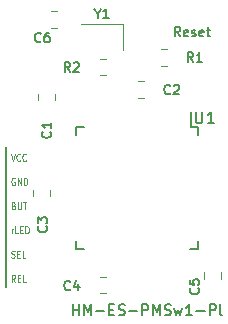
<source format=gto>
G04 #@! TF.GenerationSoftware,KiCad,Pcbnew,(5.1.4)-1*
G04 #@! TF.CreationDate,2020-07-27T08:05:22+02:00*
G04 #@! TF.ProjectId,HM-ES-PMSw1-Pl_GosundSP1,484d2d45-532d-4504-9d53-77312d506c5f,rev?*
G04 #@! TF.SameCoordinates,Original*
G04 #@! TF.FileFunction,Legend,Top*
G04 #@! TF.FilePolarity,Positive*
%FSLAX46Y46*%
G04 Gerber Fmt 4.6, Leading zero omitted, Abs format (unit mm)*
G04 Created by KiCad (PCBNEW (5.1.4)-1) date 2020-07-27 08:05:22*
%MOMM*%
%LPD*%
G04 APERTURE LIST*
%ADD10C,0.150000*%
%ADD11C,0.125000*%
%ADD12C,0.200000*%
%ADD13C,0.120000*%
G04 APERTURE END LIST*
D10*
X100500080Y-96650080D02*
X100500080Y-108500080D01*
X115209603Y-87311984D02*
X114942937Y-86931032D01*
X114752460Y-87311984D02*
X114752460Y-86511984D01*
X115057222Y-86511984D01*
X115133413Y-86550080D01*
X115171508Y-86588175D01*
X115209603Y-86664365D01*
X115209603Y-86778651D01*
X115171508Y-86854841D01*
X115133413Y-86892937D01*
X115057222Y-86931032D01*
X114752460Y-86931032D01*
X115857222Y-87273889D02*
X115781032Y-87311984D01*
X115628651Y-87311984D01*
X115552460Y-87273889D01*
X115514365Y-87197699D01*
X115514365Y-86892937D01*
X115552460Y-86816746D01*
X115628651Y-86778651D01*
X115781032Y-86778651D01*
X115857222Y-86816746D01*
X115895318Y-86892937D01*
X115895318Y-86969127D01*
X115514365Y-87045318D01*
X116200080Y-87273889D02*
X116276270Y-87311984D01*
X116428651Y-87311984D01*
X116504841Y-87273889D01*
X116542937Y-87197699D01*
X116542937Y-87159603D01*
X116504841Y-87083413D01*
X116428651Y-87045318D01*
X116314365Y-87045318D01*
X116238175Y-87007222D01*
X116200080Y-86931032D01*
X116200080Y-86892937D01*
X116238175Y-86816746D01*
X116314365Y-86778651D01*
X116428651Y-86778651D01*
X116504841Y-86816746D01*
X117190556Y-87273889D02*
X117114365Y-87311984D01*
X116961984Y-87311984D01*
X116885794Y-87273889D01*
X116847699Y-87197699D01*
X116847699Y-86892937D01*
X116885794Y-86816746D01*
X116961984Y-86778651D01*
X117114365Y-86778651D01*
X117190556Y-86816746D01*
X117228651Y-86892937D01*
X117228651Y-86969127D01*
X116847699Y-87045318D01*
X117457222Y-86778651D02*
X117761984Y-86778651D01*
X117571508Y-86511984D02*
X117571508Y-87197699D01*
X117609603Y-87273889D01*
X117685794Y-87311984D01*
X117761984Y-87311984D01*
D11*
X100878949Y-97246508D02*
X101045615Y-97846508D01*
X101212282Y-97246508D01*
X101664663Y-97789365D02*
X101640853Y-97817937D01*
X101569425Y-97846508D01*
X101521806Y-97846508D01*
X101450377Y-97817937D01*
X101402758Y-97760794D01*
X101378949Y-97703651D01*
X101355139Y-97589365D01*
X101355139Y-97503651D01*
X101378949Y-97389365D01*
X101402758Y-97332222D01*
X101450377Y-97275080D01*
X101521806Y-97246508D01*
X101569425Y-97246508D01*
X101640853Y-97275080D01*
X101664663Y-97303651D01*
X102164663Y-97789365D02*
X102140853Y-97817937D01*
X102069425Y-97846508D01*
X102021806Y-97846508D01*
X101950377Y-97817937D01*
X101902758Y-97760794D01*
X101878949Y-97703651D01*
X101855139Y-97589365D01*
X101855139Y-97503651D01*
X101878949Y-97389365D01*
X101902758Y-97332222D01*
X101950377Y-97275080D01*
X102021806Y-97246508D01*
X102069425Y-97246508D01*
X102140853Y-97275080D01*
X102164663Y-97303651D01*
X101212282Y-99325080D02*
X101164663Y-99296508D01*
X101093234Y-99296508D01*
X101021806Y-99325080D01*
X100974187Y-99382222D01*
X100950377Y-99439365D01*
X100926568Y-99553651D01*
X100926568Y-99639365D01*
X100950377Y-99753651D01*
X100974187Y-99810794D01*
X101021806Y-99867937D01*
X101093234Y-99896508D01*
X101140853Y-99896508D01*
X101212282Y-99867937D01*
X101236091Y-99839365D01*
X101236091Y-99639365D01*
X101140853Y-99639365D01*
X101450377Y-99896508D02*
X101450377Y-99296508D01*
X101736091Y-99896508D01*
X101736091Y-99296508D01*
X101974187Y-99896508D02*
X101974187Y-99296508D01*
X102093234Y-99296508D01*
X102164663Y-99325080D01*
X102212282Y-99382222D01*
X102236091Y-99439365D01*
X102259901Y-99553651D01*
X102259901Y-99639365D01*
X102236091Y-99753651D01*
X102212282Y-99810794D01*
X102164663Y-99867937D01*
X102093234Y-99896508D01*
X101974187Y-99896508D01*
X101117044Y-101632222D02*
X101188472Y-101660794D01*
X101212282Y-101689365D01*
X101236091Y-101746508D01*
X101236091Y-101832222D01*
X101212282Y-101889365D01*
X101188472Y-101917937D01*
X101140853Y-101946508D01*
X100950377Y-101946508D01*
X100950377Y-101346508D01*
X101117044Y-101346508D01*
X101164663Y-101375080D01*
X101188472Y-101403651D01*
X101212282Y-101460794D01*
X101212282Y-101517937D01*
X101188472Y-101575080D01*
X101164663Y-101603651D01*
X101117044Y-101632222D01*
X100950377Y-101632222D01*
X101450377Y-101346508D02*
X101450377Y-101832222D01*
X101474187Y-101889365D01*
X101497996Y-101917937D01*
X101545615Y-101946508D01*
X101640853Y-101946508D01*
X101688472Y-101917937D01*
X101712282Y-101889365D01*
X101736091Y-101832222D01*
X101736091Y-101346508D01*
X101902758Y-101346508D02*
X102188472Y-101346508D01*
X102045615Y-101946508D02*
X102045615Y-101346508D01*
X100950377Y-103996508D02*
X100950377Y-103596508D01*
X100950377Y-103710794D02*
X100974187Y-103653651D01*
X100997996Y-103625080D01*
X101045615Y-103596508D01*
X101093234Y-103596508D01*
X101497996Y-103996508D02*
X101259901Y-103996508D01*
X101259901Y-103396508D01*
X101664663Y-103682222D02*
X101831330Y-103682222D01*
X101902758Y-103996508D02*
X101664663Y-103996508D01*
X101664663Y-103396508D01*
X101902758Y-103396508D01*
X102117044Y-103996508D02*
X102117044Y-103396508D01*
X102236091Y-103396508D01*
X102307520Y-103425080D01*
X102355139Y-103482222D01*
X102378949Y-103539365D01*
X102402758Y-103653651D01*
X102402758Y-103739365D01*
X102378949Y-103853651D01*
X102355139Y-103910794D01*
X102307520Y-103967937D01*
X102236091Y-103996508D01*
X102117044Y-103996508D01*
X100926568Y-106017937D02*
X100997996Y-106046508D01*
X101117044Y-106046508D01*
X101164663Y-106017937D01*
X101188472Y-105989365D01*
X101212282Y-105932222D01*
X101212282Y-105875080D01*
X101188472Y-105817937D01*
X101164663Y-105789365D01*
X101117044Y-105760794D01*
X101021806Y-105732222D01*
X100974187Y-105703651D01*
X100950377Y-105675080D01*
X100926568Y-105617937D01*
X100926568Y-105560794D01*
X100950377Y-105503651D01*
X100974187Y-105475080D01*
X101021806Y-105446508D01*
X101140853Y-105446508D01*
X101212282Y-105475080D01*
X101426568Y-105732222D02*
X101593234Y-105732222D01*
X101664663Y-106046508D02*
X101426568Y-106046508D01*
X101426568Y-105446508D01*
X101664663Y-105446508D01*
X102117044Y-106046508D02*
X101878949Y-106046508D01*
X101878949Y-105446508D01*
X101236091Y-108096508D02*
X101069425Y-107810794D01*
X100950377Y-108096508D02*
X100950377Y-107496508D01*
X101140853Y-107496508D01*
X101188472Y-107525080D01*
X101212282Y-107553651D01*
X101236091Y-107610794D01*
X101236091Y-107696508D01*
X101212282Y-107753651D01*
X101188472Y-107782222D01*
X101140853Y-107810794D01*
X100950377Y-107810794D01*
X101450377Y-107782222D02*
X101617044Y-107782222D01*
X101688472Y-108096508D02*
X101450377Y-108096508D01*
X101450377Y-107496508D01*
X101688472Y-107496508D01*
X102140853Y-108096508D02*
X101902758Y-108096508D01*
X101902758Y-107496508D01*
D12*
X106142937Y-110907222D02*
X106142937Y-110007222D01*
X106142937Y-110435794D02*
X106657222Y-110435794D01*
X106657222Y-110907222D02*
X106657222Y-110007222D01*
X107085794Y-110907222D02*
X107085794Y-110007222D01*
X107385794Y-110650080D01*
X107685794Y-110007222D01*
X107685794Y-110907222D01*
X108114365Y-110564365D02*
X108800080Y-110564365D01*
X109228651Y-110435794D02*
X109528651Y-110435794D01*
X109657222Y-110907222D02*
X109228651Y-110907222D01*
X109228651Y-110007222D01*
X109657222Y-110007222D01*
X110000080Y-110864365D02*
X110128651Y-110907222D01*
X110342937Y-110907222D01*
X110428651Y-110864365D01*
X110471508Y-110821508D01*
X110514365Y-110735794D01*
X110514365Y-110650080D01*
X110471508Y-110564365D01*
X110428651Y-110521508D01*
X110342937Y-110478651D01*
X110171508Y-110435794D01*
X110085794Y-110392937D01*
X110042937Y-110350080D01*
X110000080Y-110264365D01*
X110000080Y-110178651D01*
X110042937Y-110092937D01*
X110085794Y-110050080D01*
X110171508Y-110007222D01*
X110385794Y-110007222D01*
X110514365Y-110050080D01*
X110900080Y-110564365D02*
X111585794Y-110564365D01*
X112014365Y-110907222D02*
X112014365Y-110007222D01*
X112357222Y-110007222D01*
X112442937Y-110050080D01*
X112485794Y-110092937D01*
X112528651Y-110178651D01*
X112528651Y-110307222D01*
X112485794Y-110392937D01*
X112442937Y-110435794D01*
X112357222Y-110478651D01*
X112014365Y-110478651D01*
X112914365Y-110907222D02*
X112914365Y-110007222D01*
X113214365Y-110650080D01*
X113514365Y-110007222D01*
X113514365Y-110907222D01*
X113900080Y-110864365D02*
X114028651Y-110907222D01*
X114242937Y-110907222D01*
X114328651Y-110864365D01*
X114371508Y-110821508D01*
X114414365Y-110735794D01*
X114414365Y-110650080D01*
X114371508Y-110564365D01*
X114328651Y-110521508D01*
X114242937Y-110478651D01*
X114071508Y-110435794D01*
X113985794Y-110392937D01*
X113942937Y-110350080D01*
X113900080Y-110264365D01*
X113900080Y-110178651D01*
X113942937Y-110092937D01*
X113985794Y-110050080D01*
X114071508Y-110007222D01*
X114285794Y-110007222D01*
X114414365Y-110050080D01*
X114714365Y-110307222D02*
X114885794Y-110907222D01*
X115057222Y-110478651D01*
X115228651Y-110907222D01*
X115400080Y-110307222D01*
X116214365Y-110907222D02*
X115700080Y-110907222D01*
X115957222Y-110907222D02*
X115957222Y-110007222D01*
X115871508Y-110135794D01*
X115785794Y-110221508D01*
X115700080Y-110264365D01*
X116600080Y-110564365D02*
X117285794Y-110564365D01*
X117714365Y-110907222D02*
X117714365Y-110007222D01*
X118057222Y-110007222D01*
X118142937Y-110050080D01*
X118185794Y-110092937D01*
X118228651Y-110178651D01*
X118228651Y-110307222D01*
X118185794Y-110392937D01*
X118142937Y-110435794D01*
X118057222Y-110478651D01*
X117714365Y-110478651D01*
X118742937Y-110907222D02*
X118657222Y-110864365D01*
X118614365Y-110778651D01*
X118614365Y-110007222D01*
D13*
X102790080Y-100338828D02*
X102790080Y-100861332D01*
X104210080Y-100338828D02*
X104210080Y-100861332D01*
X112161332Y-91090080D02*
X111638828Y-91090080D01*
X112161332Y-92510080D02*
X111638828Y-92510080D01*
X108911332Y-89190080D02*
X108388828Y-89190080D01*
X108911332Y-90610080D02*
X108388828Y-90610080D01*
X113588828Y-89810080D02*
X114111332Y-89810080D01*
X113588828Y-88390080D02*
X114111332Y-88390080D01*
X104288828Y-86560080D02*
X104811332Y-86560080D01*
X104288828Y-85140080D02*
X104811332Y-85140080D01*
X117240080Y-107288828D02*
X117240080Y-107811332D01*
X118660080Y-107288828D02*
X118660080Y-107811332D01*
X108388828Y-109060080D02*
X108911332Y-109060080D01*
X108388828Y-107640080D02*
X108911332Y-107640080D01*
X104610080Y-92711332D02*
X104610080Y-92188828D01*
X103190080Y-92711332D02*
X103190080Y-92188828D01*
D10*
X116725080Y-94975080D02*
X116150080Y-94975080D01*
X116725080Y-105325080D02*
X116050080Y-105325080D01*
X106375080Y-105325080D02*
X107050080Y-105325080D01*
X106375080Y-94975080D02*
X107050080Y-94975080D01*
X116725080Y-94975080D02*
X116725080Y-95650080D01*
X106375080Y-94975080D02*
X106375080Y-95650080D01*
X106375080Y-105325080D02*
X106375080Y-104650080D01*
X116725080Y-105325080D02*
X116725080Y-104650080D01*
X116150080Y-94975080D02*
X116150080Y-93700080D01*
D13*
X110400080Y-88450080D02*
X110400080Y-86250080D01*
X110400080Y-86250080D02*
X106800080Y-86250080D01*
D10*
X103885794Y-103383413D02*
X103923889Y-103421508D01*
X103961984Y-103535794D01*
X103961984Y-103611984D01*
X103923889Y-103726270D01*
X103847699Y-103802460D01*
X103771508Y-103840556D01*
X103619127Y-103878651D01*
X103504841Y-103878651D01*
X103352460Y-103840556D01*
X103276270Y-103802460D01*
X103200080Y-103726270D01*
X103161984Y-103611984D01*
X103161984Y-103535794D01*
X103200080Y-103421508D01*
X103238175Y-103383413D01*
X103161984Y-103116746D02*
X103161984Y-102621508D01*
X103466746Y-102888175D01*
X103466746Y-102773889D01*
X103504841Y-102697699D01*
X103542937Y-102659603D01*
X103619127Y-102621508D01*
X103809603Y-102621508D01*
X103885794Y-102659603D01*
X103923889Y-102697699D01*
X103961984Y-102773889D01*
X103961984Y-103002460D01*
X103923889Y-103078651D01*
X103885794Y-103116746D01*
X114366746Y-92135794D02*
X114328651Y-92173889D01*
X114214365Y-92211984D01*
X114138175Y-92211984D01*
X114023889Y-92173889D01*
X113947699Y-92097699D01*
X113909603Y-92021508D01*
X113871508Y-91869127D01*
X113871508Y-91754841D01*
X113909603Y-91602460D01*
X113947699Y-91526270D01*
X114023889Y-91450080D01*
X114138175Y-91411984D01*
X114214365Y-91411984D01*
X114328651Y-91450080D01*
X114366746Y-91488175D01*
X114671508Y-91488175D02*
X114709603Y-91450080D01*
X114785794Y-91411984D01*
X114976270Y-91411984D01*
X115052460Y-91450080D01*
X115090556Y-91488175D01*
X115128651Y-91564365D01*
X115128651Y-91640556D01*
X115090556Y-91754841D01*
X114633413Y-92211984D01*
X115128651Y-92211984D01*
X105916746Y-90311984D02*
X105650080Y-89931032D01*
X105459603Y-90311984D02*
X105459603Y-89511984D01*
X105764365Y-89511984D01*
X105840556Y-89550080D01*
X105878651Y-89588175D01*
X105916746Y-89664365D01*
X105916746Y-89778651D01*
X105878651Y-89854841D01*
X105840556Y-89892937D01*
X105764365Y-89931032D01*
X105459603Y-89931032D01*
X106221508Y-89588175D02*
X106259603Y-89550080D01*
X106335794Y-89511984D01*
X106526270Y-89511984D01*
X106602460Y-89550080D01*
X106640556Y-89588175D01*
X106678651Y-89664365D01*
X106678651Y-89740556D01*
X106640556Y-89854841D01*
X106183413Y-90311984D01*
X106678651Y-90311984D01*
X116316746Y-89461984D02*
X116050080Y-89081032D01*
X115859603Y-89461984D02*
X115859603Y-88661984D01*
X116164365Y-88661984D01*
X116240556Y-88700080D01*
X116278651Y-88738175D01*
X116316746Y-88814365D01*
X116316746Y-88928651D01*
X116278651Y-89004841D01*
X116240556Y-89042937D01*
X116164365Y-89081032D01*
X115859603Y-89081032D01*
X117078651Y-89461984D02*
X116621508Y-89461984D01*
X116850080Y-89461984D02*
X116850080Y-88661984D01*
X116773889Y-88776270D01*
X116697699Y-88852460D01*
X116621508Y-88890556D01*
X103416746Y-87735794D02*
X103378651Y-87773889D01*
X103264365Y-87811984D01*
X103188175Y-87811984D01*
X103073889Y-87773889D01*
X102997699Y-87697699D01*
X102959603Y-87621508D01*
X102921508Y-87469127D01*
X102921508Y-87354841D01*
X102959603Y-87202460D01*
X102997699Y-87126270D01*
X103073889Y-87050080D01*
X103188175Y-87011984D01*
X103264365Y-87011984D01*
X103378651Y-87050080D01*
X103416746Y-87088175D01*
X104102460Y-87011984D02*
X103950080Y-87011984D01*
X103873889Y-87050080D01*
X103835794Y-87088175D01*
X103759603Y-87202460D01*
X103721508Y-87354841D01*
X103721508Y-87659603D01*
X103759603Y-87735794D01*
X103797699Y-87773889D01*
X103873889Y-87811984D01*
X104026270Y-87811984D01*
X104102460Y-87773889D01*
X104140556Y-87735794D01*
X104178651Y-87659603D01*
X104178651Y-87469127D01*
X104140556Y-87392937D01*
X104102460Y-87354841D01*
X104026270Y-87316746D01*
X103873889Y-87316746D01*
X103797699Y-87354841D01*
X103759603Y-87392937D01*
X103721508Y-87469127D01*
X116735794Y-108633413D02*
X116773889Y-108671508D01*
X116811984Y-108785794D01*
X116811984Y-108861984D01*
X116773889Y-108976270D01*
X116697699Y-109052460D01*
X116621508Y-109090556D01*
X116469127Y-109128651D01*
X116354841Y-109128651D01*
X116202460Y-109090556D01*
X116126270Y-109052460D01*
X116050080Y-108976270D01*
X116011984Y-108861984D01*
X116011984Y-108785794D01*
X116050080Y-108671508D01*
X116088175Y-108633413D01*
X116011984Y-107909603D02*
X116011984Y-108290556D01*
X116392937Y-108328651D01*
X116354841Y-108290556D01*
X116316746Y-108214365D01*
X116316746Y-108023889D01*
X116354841Y-107947699D01*
X116392937Y-107909603D01*
X116469127Y-107871508D01*
X116659603Y-107871508D01*
X116735794Y-107909603D01*
X116773889Y-107947699D01*
X116811984Y-108023889D01*
X116811984Y-108214365D01*
X116773889Y-108290556D01*
X116735794Y-108328651D01*
X105916746Y-108735794D02*
X105878651Y-108773889D01*
X105764365Y-108811984D01*
X105688175Y-108811984D01*
X105573889Y-108773889D01*
X105497699Y-108697699D01*
X105459603Y-108621508D01*
X105421508Y-108469127D01*
X105421508Y-108354841D01*
X105459603Y-108202460D01*
X105497699Y-108126270D01*
X105573889Y-108050080D01*
X105688175Y-108011984D01*
X105764365Y-108011984D01*
X105878651Y-108050080D01*
X105916746Y-108088175D01*
X106602460Y-108278651D02*
X106602460Y-108811984D01*
X106411984Y-107973889D02*
X106221508Y-108545318D01*
X106716746Y-108545318D01*
X104235794Y-95383413D02*
X104273889Y-95421508D01*
X104311984Y-95535794D01*
X104311984Y-95611984D01*
X104273889Y-95726270D01*
X104197699Y-95802460D01*
X104121508Y-95840556D01*
X103969127Y-95878651D01*
X103854841Y-95878651D01*
X103702460Y-95840556D01*
X103626270Y-95802460D01*
X103550080Y-95726270D01*
X103511984Y-95611984D01*
X103511984Y-95535794D01*
X103550080Y-95421508D01*
X103588175Y-95383413D01*
X104311984Y-94621508D02*
X104311984Y-95078651D01*
X104311984Y-94850080D02*
X103511984Y-94850080D01*
X103626270Y-94926270D01*
X103702460Y-95002460D01*
X103740556Y-95078651D01*
X116533175Y-93670460D02*
X116533175Y-94479984D01*
X116580794Y-94575222D01*
X116628413Y-94622841D01*
X116723651Y-94670460D01*
X116914127Y-94670460D01*
X117009365Y-94622841D01*
X117056984Y-94575222D01*
X117104603Y-94479984D01*
X117104603Y-93670460D01*
X118104603Y-94670460D02*
X117533175Y-94670460D01*
X117818889Y-94670460D02*
X117818889Y-93670460D01*
X117723651Y-93813318D01*
X117628413Y-93908556D01*
X117533175Y-93956175D01*
X108219127Y-85381032D02*
X108219127Y-85761984D01*
X107952460Y-84961984D02*
X108219127Y-85381032D01*
X108485794Y-84961984D01*
X109171508Y-85761984D02*
X108714365Y-85761984D01*
X108942937Y-85761984D02*
X108942937Y-84961984D01*
X108866746Y-85076270D01*
X108790556Y-85152460D01*
X108714365Y-85190556D01*
M02*

</source>
